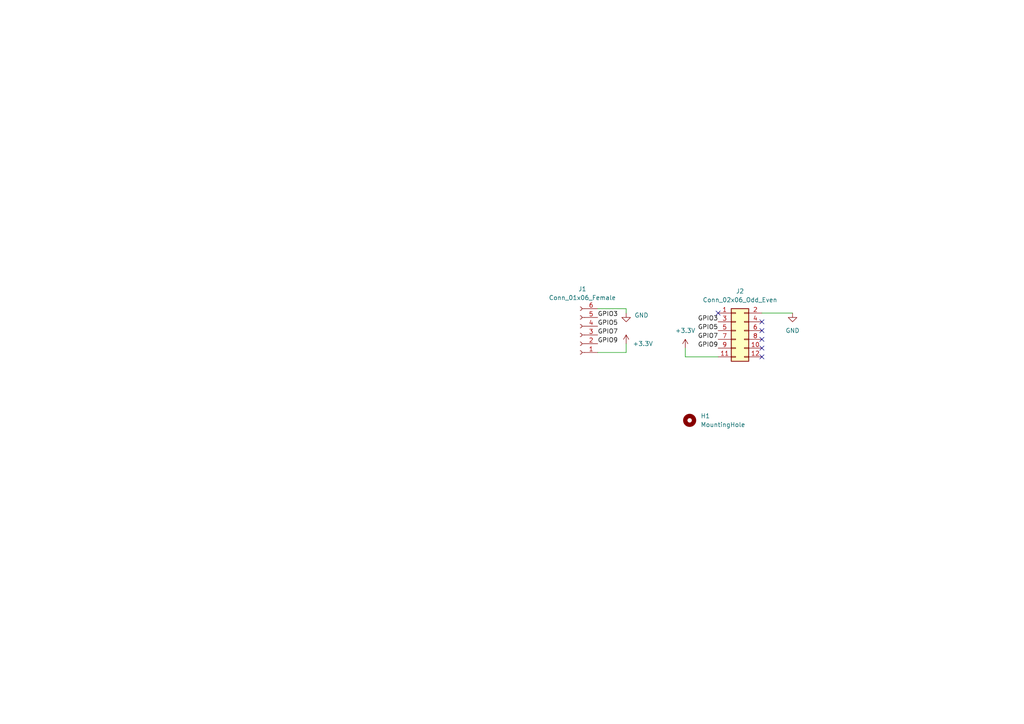
<source format=kicad_sch>
(kicad_sch (version 20211123) (generator eeschema)
  (paper "A4")
  (lib_symbols
    (symbol "Connector:Conn_01x06_Female" (pin_names (offset 1.016) hide)
      (property "Reference" "J" (at 0 7.62 0))
      (property "Value" "Conn_01x06_Female" (at 0 -10.16 0))
      (symbol "Conn_01x06_Female_1_1"
        (arc (start 0 -7.112) (mid -0.508 -7.62) (end 0 -8.128) (stroke (width 0.1524)))
        (arc (start 0 -4.572) (mid -0.508 -5.08) (end 0 -5.588) (stroke (width 0.1524)))
        (arc (start 0 -2.032) (mid -0.508 -2.54) (end 0 -3.048) (stroke (width 0.1524)))
        (polyline (pts (xy -1.27 -7.62) (xy -0.508 -7.62)) (stroke (width 0.1524)))
        (polyline (pts (xy -1.27 -5.08) (xy -0.508 -5.08)) (stroke (width 0.1524)))
        (polyline (pts (xy -1.27 -2.54) (xy -0.508 -2.54)) (stroke (width 0.1524)))
        (polyline (pts (xy -1.27 0) (xy -0.508 0)) (stroke (width 0.1524)))
        (polyline (pts (xy -1.27 2.54) (xy -0.508 2.54)) (stroke (width 0.1524)))
        (polyline (pts (xy -1.27 5.08) (xy -0.508 5.08)) (stroke (width 0.1524)))
        (arc (start 0 0.508) (mid -0.508 0) (end 0 -0.508) (stroke (width 0.1524)))
        (arc (start 0 3.048) (mid -0.508 2.54) (end 0 2.032) (stroke (width 0.1524)))
        (arc (start 0 5.588) (mid -0.508 5.08) (end 0 4.572) (stroke (width 0.1524)))
        (pin passive line (at -5.08 5.08 0) (length 3.81) (name "Pin_1") (number "1"))
        (pin passive line (at -5.08 2.54 0) (length 3.81) (name "Pin_2") (number "2"))
        (pin passive line (at -5.08 0 0) (length 3.81) (name "Pin_3") (number "3"))
        (pin passive line (at -5.08 -2.54 0) (length 3.81) (name "Pin_4") (number "4"))
        (pin passive line (at -5.08 -5.08 0) (length 3.81) (name "Pin_5") (number "5"))
        (pin passive line (at -5.08 -7.62 0) (length 3.81) (name "Pin_6") (number "6"))
      )
    )
    (symbol "Connector_Generic:Conn_02x06_Odd_Even" (pin_names (offset 1.016) hide)
      (property "Reference" "J" (at 1.27 7.62 0))
      (property "Value" "Conn_02x06_Odd_Even" (at 1.27 -10.16 0))
      (symbol "Conn_02x06_Odd_Even_1_1"
        (rectangle (start -1.27 -7.493) (end 0 -7.747) (stroke (width 0.1524)))
        (rectangle (start -1.27 -4.953) (end 0 -5.207) (stroke (width 0.1524)))
        (rectangle (start -1.27 -2.413) (end 0 -2.667) (stroke (width 0.1524)))
        (rectangle (start -1.27 0.127) (end 0 -0.127) (stroke (width 0.1524)))
        (rectangle (start -1.27 2.667) (end 0 2.413) (stroke (width 0.1524)))
        (rectangle (start -1.27 5.207) (end 0 4.953) (stroke (width 0.1524)))
        (rectangle (start -1.27 6.35) (end 3.81 -8.89) (stroke (width 0.254)) (fill (type background)))
        (rectangle (start 3.81 -7.493) (end 2.54 -7.747) (stroke (width 0.1524)))
        (rectangle (start 3.81 -4.953) (end 2.54 -5.207) (stroke (width 0.1524)))
        (rectangle (start 3.81 -2.413) (end 2.54 -2.667) (stroke (width 0.1524)))
        (rectangle (start 3.81 0.127) (end 2.54 -0.127) (stroke (width 0.1524)))
        (rectangle (start 3.81 2.667) (end 2.54 2.413) (stroke (width 0.1524)))
        (rectangle (start 3.81 5.207) (end 2.54 4.953) (stroke (width 0.1524)))
        (pin passive line (at -5.08 5.08 0) (length 3.81) (name "Pin_1") (number "1"))
        (pin passive line (at 7.62 -5.08 180) (length 3.81) (name "Pin_10") (number "10"))
        (pin passive line (at -5.08 -7.62 0) (length 3.81) (name "Pin_11") (number "11"))
        (pin passive line (at 7.62 -7.62 180) (length 3.81) (name "Pin_12") (number "12"))
        (pin passive line (at 7.62 5.08 180) (length 3.81) (name "Pin_2") (number "2"))
        (pin passive line (at -5.08 2.54 0) (length 3.81) (name "Pin_3") (number "3"))
        (pin passive line (at 7.62 2.54 180) (length 3.81) (name "Pin_4") (number "4"))
        (pin passive line (at -5.08 0 0) (length 3.81) (name "Pin_5") (number "5"))
        (pin passive line (at 7.62 0 180) (length 3.81) (name "Pin_6") (number "6"))
        (pin passive line (at -5.08 -2.54 0) (length 3.81) (name "Pin_7") (number "7"))
        (pin passive line (at 7.62 -2.54 180) (length 3.81) (name "Pin_8") (number "8"))
        (pin passive line (at -5.08 -5.08 0) (length 3.81) (name "Pin_9") (number "9"))
      )
    )
    (symbol "Mechanical:MountingHole" (pin_names (offset 1.016))
      (property "Reference" "H" (at 0 5.08 0))
      (property "Value" "MountingHole" (at 0 3.175 0))
      (symbol "MountingHole_0_1"
        (circle (center 0 0) (radius 1.27) (stroke (width 1.27)))
      )
    )
    (symbol "power:+3.3V" (power) (pin_names (offset 0))
      (property "Value" "+3.3V" (at 0 3.556 0))
      (symbol "+3.3V_0_1"
        (polyline (pts (xy -0.762 1.27) (xy 0 2.54)))
        (polyline (pts (xy 0 0) (xy 0 2.54)))
        (polyline (pts (xy 0 2.54) (xy 0.762 1.27)))
      )
      (symbol "+3.3V_1_1"
        (pin power_in line (at 0 0 90) (length 0) hide (name "+3.3V") (number "1"))
      )
    )
    (symbol "power:GND" (power) (pin_names (offset 0))
      (property "Value" "GND" (at 0 -3.81 0))
      (symbol "GND_0_1"
        (polyline (pts (xy 0 0) (xy 0 -1.27) (xy 1.27 -1.27) (xy 0 -2.54) (xy -1.27 -1.27) (xy 0 -1.27)))
      )
      (symbol "GND_1_1"
        (pin power_in line (at 0 0 270) (length 0) hide (name "GND") (number "1"))
      )
    )
  )
  (no_connect (at 208.28 90.805))
  (no_connect (at 220.98 103.505))
  (no_connect (at 220.98 93.345))
  (no_connect (at 220.98 100.965))
  (no_connect (at 220.98 95.885))
  (no_connect (at 220.98 98.425))
  (wire (pts (xy 173.355 102.235) (xy 181.61 102.235)))
  (wire (pts (xy 181.61 99.695) (xy 181.61 102.235)))
  (wire (pts (xy 208.28 103.505) (xy 198.755 103.505)))
  (wire (pts (xy 181.61 89.535) (xy 173.355 89.535)))
  (wire (pts (xy 181.61 90.805) (xy 181.61 89.535)))
  (wire (pts (xy 198.755 103.505) (xy 198.755 100.965)))
  (wire (pts (xy 220.98 90.805) (xy 229.87 90.805)))
  (label "GPIO3" (at 208.28 93.345 180))
  (label "GPIO5" (at 208.28 95.885 180))
  (label "GPIO9" (at 173.355 99.695 0))
  (label "GPIO7" (at 173.355 97.155 0))
  (label "GPIO7" (at 208.28 98.425 180))
  (label "GPIO5" (at 173.355 94.615 0))
  (label "GPIO3" (at 173.355 92.075 0))
  (label "GPIO9" (at 208.28 100.965 180))
  (symbol (lib_id "power:+3.3V") (at 181.61 99.695 0) (unit 1)
    (property "Reference" "#PWR02" (effects hide))
    (property "Value" "+3.3V" (at 183.515 99.695 0) (effects (justify left)))
  )
  (symbol (lib_id "power:GND") (at 181.61 90.805 0) (unit 1)
    (property "Reference" "#PWR01" (effects hide))
    (property "Value" "GND" (at 186.055 91.44 0))
  )
  (symbol (lib_id "power:GND") (at 229.87 90.805 0) (unit 1)
    (property "Reference" "#PWR03" (effects hide))
    (property "Value" "GND" (at 229.87 95.885 0))
  )
  (symbol (lib_id "power:+3.3V") (at 198.755 100.965 0) (unit 1)
    (property "Reference" "#PWR04" (effects hide))
    (property "Value" "+3.3V" (at 198.755 95.885 0))
  )
  (symbol (lib_id "Connector_Generic:Conn_02x06_Odd_Even") (at 213.36 95.885 0) (unit 1)
    (property "Reference" "J2" (at 214.63 84.455 0))
    (property "Value" "Conn_02x06_Odd_Even" (at 214.63 86.995 0))
    (property "Footprint" "Connector_PinHeader_1.27mm:PinHeader_2x06_P1.27mm_Vertical" (effects hide))
  )
  (symbol (lib_id "Mechanical:MountingHole") (at 200.025 121.92 0) (unit 1)
    (property "Reference" "H1" (at 203.2 120.6499 0) (effects (justify left)))
    (property "Value" "MountingHole" (at 203.2 123.1899 0) (effects (justify left)))
    (property "Footprint" "MountingHole:MountingHole_2.2mm_M2" (effects hide))
  )
  (symbol (lib_id "Connector:Conn_01x06_Female") (at 168.275 97.155 180) (unit 1)
    (property "Reference" "J1" (at 168.91 83.82 0))
    (property "Value" "Conn_01x06_Female" (at 168.91 86.36 0))
    (property "Footprint" "lib_fp:OSTVN06A150" (effects hide))
  )
)
</source>
